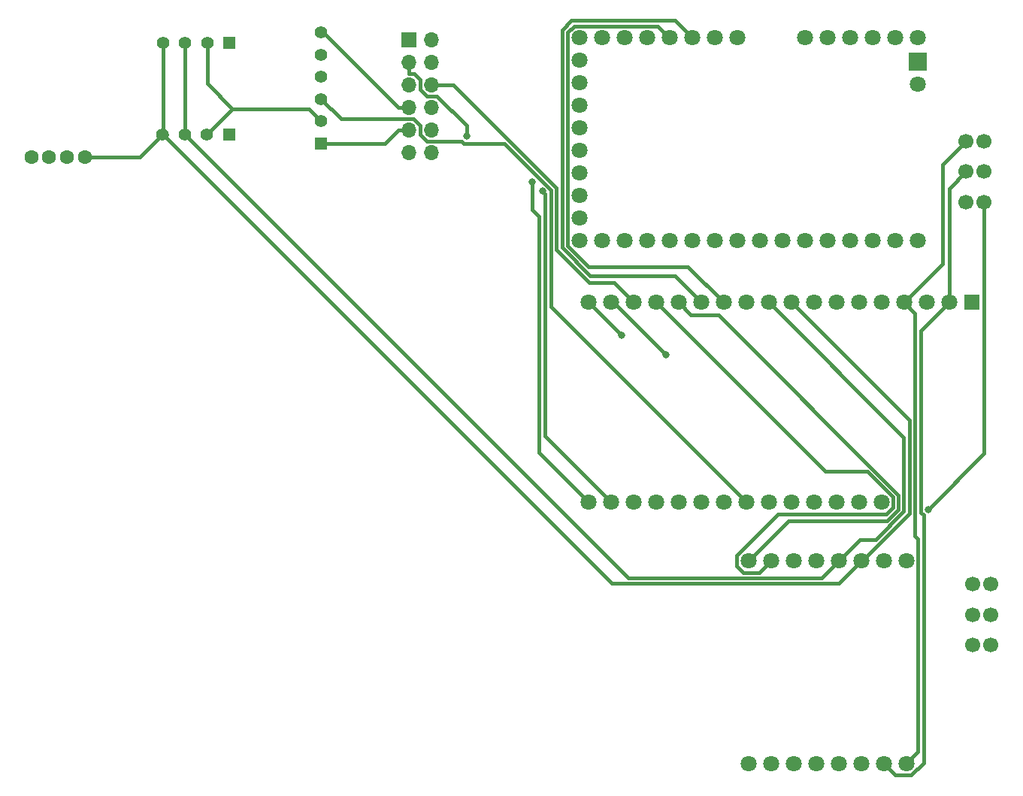
<source format=gbr>
%TF.GenerationSoftware,KiCad,Pcbnew,7.0.10*%
%TF.CreationDate,2024-01-29T12:51:58+00:00*%
%TF.ProjectId,data_logger,64617461-5f6c-46f6-9767-65722e6b6963,rev?*%
%TF.SameCoordinates,Original*%
%TF.FileFunction,Copper,L2,Bot*%
%TF.FilePolarity,Positive*%
%FSLAX46Y46*%
G04 Gerber Fmt 4.6, Leading zero omitted, Abs format (unit mm)*
G04 Created by KiCad (PCBNEW 7.0.10) date 2024-01-29 12:51:58*
%MOMM*%
%LPD*%
G01*
G04 APERTURE LIST*
%TA.AperFunction,ComponentPad*%
%ADD10C,1.700000*%
%TD*%
%TA.AperFunction,ComponentPad*%
%ADD11R,1.800000X1.800000*%
%TD*%
%TA.AperFunction,ComponentPad*%
%ADD12C,1.800000*%
%TD*%
%TA.AperFunction,ComponentPad*%
%ADD13R,1.408000X1.408000*%
%TD*%
%TA.AperFunction,ComponentPad*%
%ADD14C,1.408000*%
%TD*%
%TA.AperFunction,ComponentPad*%
%ADD15R,2.000000X2.000000*%
%TD*%
%TA.AperFunction,ComponentPad*%
%ADD16R,1.700000X1.700000*%
%TD*%
%TA.AperFunction,ComponentPad*%
%ADD17O,1.700000X1.700000*%
%TD*%
%TA.AperFunction,ComponentPad*%
%ADD18C,1.600000*%
%TD*%
%TA.AperFunction,ViaPad*%
%ADD19C,0.800000*%
%TD*%
%TA.AperFunction,Conductor*%
%ADD20C,0.400000*%
%TD*%
G04 APERTURE END LIST*
D10*
%TO.P,J11,1,Pin_1*%
%TO.N,Net-(J11-Pin_1)*%
X210693000Y-123317000D03*
%TO.P,J11,2,Pin_2*%
%TO.N,Net-(J11-Pin_2)*%
X212725000Y-123317000D03*
%TD*%
%TO.P,J10,1,Pin_1*%
%TO.N,Net-(J10-Pin_1)*%
X210693000Y-119931000D03*
%TO.P,J10,2,Pin_2*%
%TO.N,Net-(J10-Pin_2)*%
X212725000Y-119931000D03*
%TD*%
%TO.P,J9,1,Pin_1*%
%TO.N,Net-(J9-Pin_1)*%
X210693000Y-116459000D03*
%TO.P,J9,2,Pin_2*%
%TO.N,Net-(J9-Pin_2)*%
X212725000Y-116459000D03*
%TD*%
D11*
%TO.P,U1,1,RST*%
%TO.N,unconnected-(U1-RST-Pad1)*%
X210566000Y-84688000D03*
D12*
%TO.P,U1,2,3.3V*%
%TO.N,+3V3*%
X208026000Y-84688000D03*
%TO.P,U1,3,NC*%
%TO.N,unconnected-(U1-NC-Pad3)*%
X205486000Y-84688000D03*
%TO.P,U1,4,GND*%
%TO.N,Earth*%
X202946000Y-84688000D03*
%TO.P,U1,5,EN*%
%TO.N,unconnected-(U1-EN-Pad5)*%
X200406000Y-84688000D03*
%TO.P,U1,6,SCK*%
%TO.N,Net-(J4-Pin_4)*%
X197866000Y-84688000D03*
%TO.P,U1,7,MOSI*%
%TO.N,Net-(J4-Pin_2)*%
X195326000Y-84688000D03*
%TO.P,U1,8,MISO*%
%TO.N,Net-(J4-Pin_3)*%
X192786000Y-84688000D03*
%TO.P,U1,9,SCL*%
%TO.N,Net-(J1-SCL)*%
X190246000Y-84688000D03*
%TO.P,U1,10,SDA*%
%TO.N,Net-(J1-SDA)*%
X187706000Y-84688000D03*
%TO.P,U1,11,D9*%
%TO.N,unconnected-(U1-D9-Pad11)*%
X185166000Y-84688000D03*
%TO.P,U1,12,D7*%
%TO.N,Net-(U1-D7)*%
X182626000Y-84688000D03*
%TO.P,U1,13,D6*%
%TO.N,Net-(U1-D6)*%
X180086000Y-84688000D03*
%TO.P,U1,14,D5*%
%TO.N,Net-(U1-D5)*%
X177546000Y-84688000D03*
%TO.P,U1,15,D3*%
%TO.N,Net-(U1-D3)*%
X175006000Y-84688000D03*
%TO.P,U1,16,D2*%
%TO.N,Net-(J4-Pin_9)*%
X172466000Y-84688000D03*
%TO.P,U1,17,TX*%
%TO.N,Net-(J9-Pin_1)*%
X169926000Y-84688000D03*
%TO.P,U1,18,RX*%
%TO.N,Net-(J9-Pin_2)*%
X167386000Y-84688000D03*
%TO.P,U1,19,VCC*%
%TO.N,+5V*%
X200406000Y-107188000D03*
%TO.P,U1,20,3.3V*%
%TO.N,unconnected-(U1-3.3V-Pad20)*%
X197866000Y-107188000D03*
%TO.P,U1,21,GND*%
%TO.N,unconnected-(U1-GND-Pad21)*%
X195326000Y-107188000D03*
%TO.P,U1,22,SCL*%
%TO.N,unconnected-(U1-SCL-Pad22)*%
X192786000Y-107188000D03*
%TO.P,U1,23,SDA*%
%TO.N,unconnected-(U1-SDA-Pad23)*%
X190246000Y-107188000D03*
%TO.P,U1,24,A4*%
%TO.N,Net-(J4-Pin_1)*%
X187706000Y-107188000D03*
%TO.P,U1,25,A3*%
%TO.N,Net-(J5-Pin_3)*%
X185166000Y-107188000D03*
%TO.P,U1,26,A2*%
%TO.N,unconnected-(U1-A2-Pad26)*%
X182626000Y-107188000D03*
%TO.P,U1,27,A1*%
%TO.N,Net-(J10-Pin_1)*%
X180086000Y-107188000D03*
%TO.P,U1,28,A0*%
%TO.N,Net-(J10-Pin_2)*%
X177546000Y-107188000D03*
%TO.P,U1,29,D13*%
%TO.N,Net-(J11-Pin_1)*%
X175006000Y-107188000D03*
%TO.P,U1,30,D12*%
%TO.N,Net-(J11-Pin_2)*%
X172466000Y-107188000D03*
%TO.P,U1,31,D11/UART2-Rx*%
%TO.N,Net-(U1-D11{slash}UART2-Rx)*%
X169926000Y-107188000D03*
%TO.P,U1,32,D10/UART2-Tx*%
%TO.N,Net-(U1-D10{slash}UART2-Tx)*%
X167386000Y-107188000D03*
%TD*%
D10*
%TO.P,J8,1,Pin_1*%
%TO.N,Earth*%
X209931000Y-66548000D03*
%TO.P,J8,2,Pin_2*%
X211963000Y-66548000D03*
%TD*%
%TO.P,J7,1,Pin_1*%
%TO.N,+5V*%
X209931000Y-73406000D03*
%TO.P,J7,2,Pin_2*%
X211963000Y-73406000D03*
%TD*%
%TO.P,J6,1,Pin_1*%
%TO.N,+3V3*%
X209931000Y-69977000D03*
%TO.P,J6,2,Pin_2*%
X211963000Y-69977000D03*
%TD*%
D13*
%TO.P,J5,1,Pin_1*%
%TO.N,Earth*%
X137287000Y-66802000D03*
D14*
%TO.P,J5,2,Pin_2*%
%TO.N,+3V3*%
X137287000Y-64302000D03*
%TO.P,J5,3,Pin_3*%
%TO.N,Net-(J5-Pin_3)*%
X137287000Y-61802000D03*
%TO.P,J5,4,Pin_4*%
%TO.N,Net-(J4-Pin_2)*%
X137287000Y-59302000D03*
%TO.P,J5,5,Pin_5*%
%TO.N,Net-(J4-Pin_3)*%
X137287000Y-56802000D03*
%TO.P,J5,6,Pin_6*%
%TO.N,Net-(J4-Pin_4)*%
X137287000Y-54302000D03*
%TD*%
D13*
%TO.P,J3,1,GND*%
%TO.N,Earth*%
X126920000Y-65786000D03*
D14*
%TO.P,J3,2,VCC*%
%TO.N,+3V3*%
X124420000Y-65786000D03*
%TO.P,J3,3,SDA*%
%TO.N,Net-(J1-SDA)*%
X121920000Y-65786000D03*
%TO.P,J3,4,SCL*%
%TO.N,Net-(J1-SCL)*%
X119420000Y-65786000D03*
%TD*%
D13*
%TO.P,J2,1,GND*%
%TO.N,Earth*%
X126960000Y-55499000D03*
D14*
%TO.P,J2,2,VCC*%
%TO.N,+3V3*%
X124460000Y-55499000D03*
%TO.P,J2,3,SDA*%
%TO.N,Net-(J1-SDA)*%
X121960000Y-55499000D03*
%TO.P,J2,4,SCL*%
%TO.N,Net-(J1-SCL)*%
X119460000Y-55499000D03*
%TD*%
D12*
%TO.P,U2,1*%
%TO.N,N/C*%
X204443000Y-77774000D03*
%TO.P,U2,2*%
X201903000Y-77774000D03*
%TO.P,U2,3*%
X199363000Y-77774000D03*
%TO.P,U2,4*%
X196823000Y-77774000D03*
%TO.P,U2,5*%
X194283000Y-77774000D03*
%TO.P,U2,6*%
X191743000Y-77774000D03*
%TO.P,U2,7*%
X189203000Y-77774000D03*
%TO.P,U2,8*%
X186663000Y-77774000D03*
%TO.P,U2,9*%
X184123000Y-77774000D03*
%TO.P,U2,10*%
X181583000Y-77774000D03*
%TO.P,U2,11*%
X179043000Y-77774000D03*
%TO.P,U2,12*%
X176503000Y-77774000D03*
%TO.P,U2,13*%
X173963000Y-77774000D03*
%TO.P,U2,14,VIO*%
%TO.N,unconnected-(U2-VIO-Pad14)*%
X171423000Y-77774000D03*
%TO.P,U2,15,VBAT*%
%TO.N,unconnected-(U2-VBAT-Pad15)*%
X168883000Y-77774000D03*
%TO.P,U2,16,GND*%
%TO.N,unconnected-(U2-GND-Pad16)*%
X166343000Y-77774000D03*
%TO.P,U2,17*%
%TO.N,N/C*%
X166343000Y-75234000D03*
%TO.P,U2,18*%
X166343000Y-72694000D03*
%TO.P,U2,19,SD_CLK*%
%TO.N,unconnected-(U2-SD_CLK-Pad19)*%
X166343000Y-70154000D03*
%TO.P,U2,20,SD_MOSI*%
%TO.N,unconnected-(U2-SD_MOSI-Pad20)*%
X166343000Y-67614000D03*
%TO.P,U2,21,SD_MISO*%
%TO.N,unconnected-(U2-SD_MISO-Pad21)*%
X166343000Y-65074000D03*
%TO.P,U2,22*%
%TO.N,N/C*%
X166343000Y-62534000D03*
%TO.P,U2,23*%
X166343000Y-59994000D03*
%TO.P,U2,24,SD_CS0*%
%TO.N,unconnected-(U2-SD_CS0-Pad24)*%
X166343000Y-57454000D03*
%TO.P,U2,25,TX1*%
%TO.N,Net-(U1-D11{slash}UART2-Rx)*%
X166343000Y-54914000D03*
%TO.P,U2,26,RX1*%
%TO.N,Net-(U1-D10{slash}UART2-Tx)*%
X168883000Y-54914000D03*
%TO.P,U2,27,CTS1*%
%TO.N,unconnected-(U2-CTS1-Pad27)*%
X171423000Y-54914000D03*
%TO.P,U2,28,RTS1*%
%TO.N,unconnected-(U2-RTS1-Pad28)*%
X173963000Y-54914000D03*
%TO.P,U2,29,GPS_RX*%
%TO.N,Net-(U1-D7)*%
X176503000Y-54914000D03*
%TO.P,U2,30,GPS_TX*%
%TO.N,Net-(U1-D6)*%
X179043000Y-54914000D03*
%TO.P,U2,31,IO6*%
%TO.N,unconnected-(U2-IO6-Pad31)*%
X181583000Y-54914000D03*
%TO.P,U2,32,IO7*%
%TO.N,unconnected-(U2-IO7-Pad32)*%
X184123000Y-54914000D03*
%TO.P,U2,33,HST_TX*%
%TO.N,unconnected-(U2-HST_TX-Pad33)*%
X191743000Y-54914000D03*
%TO.P,U2,34,HST_RX*%
%TO.N,unconnected-(U2-HST_RX-Pad34)*%
X194283000Y-54914000D03*
%TO.P,U2,35,PMR_KEY*%
%TO.N,unconnected-(U2-PMR_KEY-Pad35)*%
X196823000Y-54914000D03*
%TO.P,U2,36,RST*%
%TO.N,unconnected-(U2-RST-Pad36)*%
X199363000Y-54914000D03*
%TO.P,U2,37,VUSB/5V*%
%TO.N,+5V*%
X201903000Y-54914000D03*
%TO.P,U2,38,GND*%
%TO.N,Earth*%
X204443000Y-54914000D03*
D15*
%TO.P,U2,39*%
%TO.N,N/C*%
X204443000Y-57632000D03*
D12*
%TO.P,U2,40*%
X204443000Y-60172000D03*
%TD*%
D16*
%TO.P,J4,1,Pin_1*%
%TO.N,Net-(J4-Pin_1)*%
X147188000Y-55118000D03*
D17*
%TO.P,J4,2,Pin_2*%
%TO.N,Net-(J4-Pin_2)*%
X147188000Y-57658000D03*
%TO.P,J4,3,Pin_3*%
%TO.N,Net-(J4-Pin_3)*%
X147188000Y-60198000D03*
%TO.P,J4,4,Pin_4*%
%TO.N,Net-(J4-Pin_4)*%
X147188000Y-62738000D03*
%TO.P,J4,5,Pin_5*%
%TO.N,Earth*%
X147188000Y-65278000D03*
%TO.P,J4,6,Pin_6*%
%TO.N,+3V3*%
X147188000Y-67818000D03*
%TO.P,J4,7,Pin_7*%
%TO.N,unconnected-(J4-Pin_7-Pad7)*%
X149728000Y-55118000D03*
%TO.P,J4,8,Pin_8*%
%TO.N,unconnected-(J4-Pin_8-Pad8)*%
X149728000Y-57658000D03*
%TO.P,J4,9,Pin_9*%
%TO.N,Net-(J4-Pin_9)*%
X149728000Y-60198000D03*
%TO.P,J4,10,Pin_10*%
%TO.N,unconnected-(J4-Pin_10-Pad10)*%
X149728000Y-62738000D03*
%TO.P,J4,11,Pin_11*%
%TO.N,unconnected-(J4-Pin_11-Pad11)*%
X149728000Y-65278000D03*
%TO.P,J4,12,Pin_12*%
%TO.N,unconnected-(J4-Pin_12-Pad12)*%
X149728000Y-67818000D03*
%TD*%
D18*
%TO.P,J1,1,GND*%
%TO.N,Earth*%
X104648000Y-68326000D03*
%TO.P,J1,2,VCC*%
%TO.N,+3V3*%
X106648000Y-68326000D03*
%TO.P,J1,3,SDA*%
%TO.N,Net-(J1-SDA)*%
X108648000Y-68326000D03*
%TO.P,J1,4,SCL*%
%TO.N,Net-(J1-SCL)*%
X110648000Y-68326000D03*
%TD*%
D12*
%TO.P,U3,16,GND*%
%TO.N,unconnected-(U3-GND-Pad16)*%
X203200000Y-113792000D03*
%TO.P,U3,15,NC*%
%TO.N,unconnected-(U3-NC-Pad15)*%
X200660000Y-113792000D03*
%TO.P,U3,14,SDA*%
%TO.N,Net-(J1-SCL)*%
X198120000Y-113792000D03*
%TO.P,U3,13,SCL*%
%TO.N,Net-(J1-SDA)*%
X195580000Y-113792000D03*
%TO.P,U3,12,NC*%
%TO.N,unconnected-(U3-NC-Pad12)*%
X193040000Y-113792000D03*
%TO.P,U3,11,NC*%
%TO.N,unconnected-(U3-NC-Pad11)*%
X190500000Y-113792000D03*
%TO.P,U3,10,INT*%
%TO.N,Net-(U1-D3)*%
X187960000Y-113792000D03*
%TO.P,U3,9,SYN*%
%TO.N,Net-(U1-D5)*%
X185420000Y-113792000D03*
%TO.P,U3,8,GND*%
%TO.N,Earth*%
X203200000Y-136652000D03*
%TO.P,U3,7,3V3*%
%TO.N,+3V3*%
X200660000Y-136652000D03*
%TO.P,U3,6,SDI*%
%TO.N,unconnected-(U3-SDI-Pad6)*%
X198120000Y-136652000D03*
%TO.P,U3,5,SDO*%
%TO.N,unconnected-(U3-SDO-Pad5)*%
X195580000Y-136652000D03*
%TO.P,U3,4,SCK*%
%TO.N,unconnected-(U3-SCK-Pad4)*%
X193040000Y-136652000D03*
%TO.P,U3,3,CS*%
%TO.N,unconnected-(U3-CS-Pad3)*%
X190500000Y-136652000D03*
%TO.P,U3,2,NC*%
%TO.N,unconnected-(U3-NC-Pad2)*%
X187960000Y-136652000D03*
%TO.P,U3,1,NC*%
%TO.N,unconnected-(U3-NC-Pad1)*%
X185420000Y-136652000D03*
%TD*%
D19*
%TO.N,Net-(J9-Pin_2)*%
X171120000Y-88422000D03*
%TO.N,Net-(J9-Pin_1)*%
X176144500Y-90621200D03*
%TO.N,Net-(U1-D10{slash}UART2-Tx)*%
X161053700Y-71107700D03*
%TO.N,Net-(U1-D11{slash}UART2-Rx)*%
X162195100Y-72193900D03*
%TO.N,Net-(J4-Pin_2)*%
X153650100Y-65997100D03*
%TO.N,+5V*%
X205655300Y-108033900D03*
%TD*%
D20*
%TO.N,Net-(J1-SCL)*%
X195579900Y-116332100D02*
X198120000Y-113792000D01*
X170053100Y-116332100D02*
X195579900Y-116332100D01*
X119420000Y-65786000D02*
X119507000Y-65786000D01*
X119507000Y-65786000D02*
X170053100Y-116332100D01*
X119460000Y-65786000D02*
X119888000Y-65786000D01*
%TO.N,Net-(J9-Pin_2)*%
X167386000Y-84688000D02*
X171120000Y-88422000D01*
%TO.N,Net-(J9-Pin_1)*%
X170211300Y-84688000D02*
X176144500Y-90621200D01*
X169926000Y-84688000D02*
X170211300Y-84688000D01*
%TO.N,Net-(J4-Pin_9)*%
X149728000Y-60198000D02*
X150979900Y-60198000D01*
X170262900Y-82484900D02*
X172466000Y-84688000D01*
X167505100Y-82484900D02*
X170262900Y-82484900D01*
X163792000Y-78771800D02*
X167505100Y-82484900D01*
X163792000Y-71805700D02*
X163792000Y-78771800D01*
X152184300Y-60198000D02*
X163792000Y-71805700D01*
X150979900Y-60198000D02*
X152184300Y-60198000D01*
%TO.N,Net-(J5-Pin_3)*%
X163188600Y-85210600D02*
X185166000Y-107188000D01*
X163188600Y-72053400D02*
X163188600Y-85210600D01*
X157934200Y-66799000D02*
X163188600Y-72053400D01*
X153318100Y-66799000D02*
X157934200Y-66799000D01*
X153067100Y-66548000D02*
X153318100Y-66799000D01*
X149161900Y-66548000D02*
X153067100Y-66548000D01*
X148458000Y-65844100D02*
X149161900Y-66548000D01*
X148458000Y-64772200D02*
X148458000Y-65844100D01*
X147711900Y-64026100D02*
X148458000Y-64772200D01*
X139511100Y-64026100D02*
X147711900Y-64026100D01*
X137287000Y-61802000D02*
X139511100Y-64026100D01*
%TO.N,Net-(J4-Pin_4)*%
X137500100Y-54302000D02*
X137287000Y-54302000D01*
X145936100Y-62738000D02*
X137500100Y-54302000D01*
X147188000Y-62738000D02*
X145936100Y-62738000D01*
%TO.N,Net-(U1-D10{slash}UART2-Tx)*%
X161053700Y-74288300D02*
X161053700Y-71107700D01*
X161801900Y-75036500D02*
X161053700Y-74288300D01*
X161801900Y-101603900D02*
X161801900Y-75036500D01*
X167386000Y-107188000D02*
X161801900Y-101603900D01*
%TO.N,Net-(U1-D6)*%
X177105000Y-81707000D02*
X180086000Y-84688000D01*
X177105000Y-81706900D02*
X177105000Y-81707000D01*
X167580100Y-81706900D02*
X177105000Y-81706900D01*
X164393900Y-78520700D02*
X167580100Y-81706900D01*
X164393900Y-54032800D02*
X164393900Y-78520700D01*
X165457000Y-52969700D02*
X164393900Y-54032800D01*
X177098700Y-52969700D02*
X165457000Y-52969700D01*
X179043000Y-54914000D02*
X177098700Y-52969700D01*
%TO.N,+3V3*%
X208026000Y-71882000D02*
X209931000Y-69977000D01*
X208026000Y-84688000D02*
X208026000Y-71882000D01*
X124460000Y-60084000D02*
X124460000Y-55499000D01*
X127291000Y-62915000D02*
X124460000Y-60084000D01*
X135900000Y-62915000D02*
X127291000Y-62915000D01*
X137287000Y-64302000D02*
X135900000Y-62915000D01*
X127291000Y-62915000D02*
X124420000Y-65786000D01*
X204851800Y-87862200D02*
X208026000Y-84688000D01*
X204851800Y-108366000D02*
X204851800Y-87862200D01*
X205117900Y-108632100D02*
X204851800Y-108366000D01*
X205117900Y-136583400D02*
X205117900Y-108632100D01*
X203727900Y-137973400D02*
X205117900Y-136583400D01*
X201981400Y-137973400D02*
X203727900Y-137973400D01*
X200660000Y-136652000D02*
X201981400Y-137973400D01*
%TO.N,Net-(U1-D5)*%
X189887500Y-109324500D02*
X185420000Y-113792000D01*
X201001300Y-109324500D02*
X189887500Y-109324500D01*
X202311200Y-108014600D02*
X201001300Y-109324500D01*
X202311200Y-106400900D02*
X202311200Y-108014600D01*
X182006600Y-86096300D02*
X202311200Y-106400900D01*
X178954300Y-86096300D02*
X182006600Y-86096300D01*
X177546000Y-84688000D02*
X178954300Y-86096300D01*
%TO.N,Net-(U1-D3)*%
X186623700Y-115128300D02*
X187960000Y-113792000D01*
X184857400Y-115128300D02*
X186623700Y-115128300D01*
X184115500Y-114386400D02*
X184857400Y-115128300D01*
X184115500Y-113242800D02*
X184115500Y-114386400D01*
X188770800Y-108587500D02*
X184115500Y-113242800D01*
X200887200Y-108587500D02*
X188770800Y-108587500D01*
X201709300Y-107765400D02*
X200887200Y-108587500D01*
X201709300Y-106650100D02*
X201709300Y-107765400D01*
X198833000Y-103773800D02*
X201709300Y-106650100D01*
X194091800Y-103773800D02*
X198833000Y-103773800D01*
X175006000Y-84688000D02*
X194091800Y-103773800D01*
%TO.N,Net-(U1-D7)*%
X178605900Y-80667900D02*
X182626000Y-84688000D01*
X167394000Y-80667900D02*
X178605900Y-80667900D01*
X165018400Y-78292300D02*
X167394000Y-80667900D01*
X165018400Y-54329400D02*
X165018400Y-78292300D01*
X165755200Y-53592600D02*
X165018400Y-54329400D01*
X175181600Y-53592600D02*
X165755200Y-53592600D01*
X176503000Y-54914000D02*
X175181600Y-53592600D01*
%TO.N,Net-(U1-D11{slash}UART2-Rx)*%
X162500300Y-99762300D02*
X169926000Y-107188000D01*
X162500300Y-72499100D02*
X162500300Y-99762300D01*
X162195100Y-72193900D02*
X162500300Y-72499100D01*
%TO.N,Net-(J1-SCL)*%
X116880000Y-68326000D02*
X119420000Y-65786000D01*
X110648000Y-68326000D02*
X116880000Y-68326000D01*
X119460000Y-65786000D02*
X119420000Y-65786000D01*
X119460000Y-65786000D02*
X119460000Y-55499000D01*
X198236000Y-113792000D02*
X198120000Y-113792000D01*
X203519300Y-108508700D02*
X198236000Y-113792000D01*
X203519300Y-97961300D02*
X203519300Y-108508700D01*
X190246000Y-84688000D02*
X203519300Y-97961300D01*
%TO.N,Net-(J1-SDA)*%
X121960000Y-65786000D02*
X121920000Y-65786000D01*
X121960000Y-65786000D02*
X121960000Y-55499000D01*
X193641800Y-115730200D02*
X195580000Y-113792000D01*
X171904200Y-115730200D02*
X193641800Y-115730200D01*
X121960000Y-65786000D02*
X171904200Y-115730200D01*
X197951500Y-111420500D02*
X195580000Y-113792000D01*
X199756400Y-111420500D02*
X197951500Y-111420500D01*
X202914600Y-108262300D02*
X199756400Y-111420500D01*
X202914600Y-99896600D02*
X202914600Y-108262300D01*
X187706000Y-84688000D02*
X202914600Y-99896600D01*
%TO.N,Net-(J4-Pin_2)*%
X153650100Y-64825600D02*
X153650100Y-65997100D01*
X150292500Y-61468000D02*
X153650100Y-64825600D01*
X149220800Y-61468000D02*
X150292500Y-61468000D01*
X148439900Y-60687100D02*
X149220800Y-61468000D01*
X148439900Y-59614000D02*
X148439900Y-60687100D01*
X147735800Y-58909900D02*
X148439900Y-59614000D01*
X147188000Y-58909900D02*
X147735800Y-58909900D01*
X147188000Y-57658000D02*
X147188000Y-58909900D01*
%TO.N,Earth*%
X207261400Y-80372600D02*
X202946000Y-84688000D01*
X207261400Y-69217600D02*
X207261400Y-80372600D01*
X209931000Y-66548000D02*
X207261400Y-69217600D01*
X144412100Y-66802000D02*
X145936100Y-65278000D01*
X137287000Y-66802000D02*
X144412100Y-66802000D01*
X147188000Y-65278000D02*
X145936100Y-65278000D01*
X204185600Y-85927600D02*
X202946000Y-84688000D01*
X204185600Y-111044000D02*
X204185600Y-85927600D01*
X204501900Y-111360300D02*
X204185600Y-111044000D01*
X204501900Y-135350100D02*
X204501900Y-111360300D01*
X203200000Y-136652000D02*
X204501900Y-135350100D01*
%TO.N,+5V*%
X211963000Y-101726200D02*
X205655300Y-108033900D01*
X211963000Y-73406000D02*
X211963000Y-101726200D01*
%TD*%
M02*

</source>
